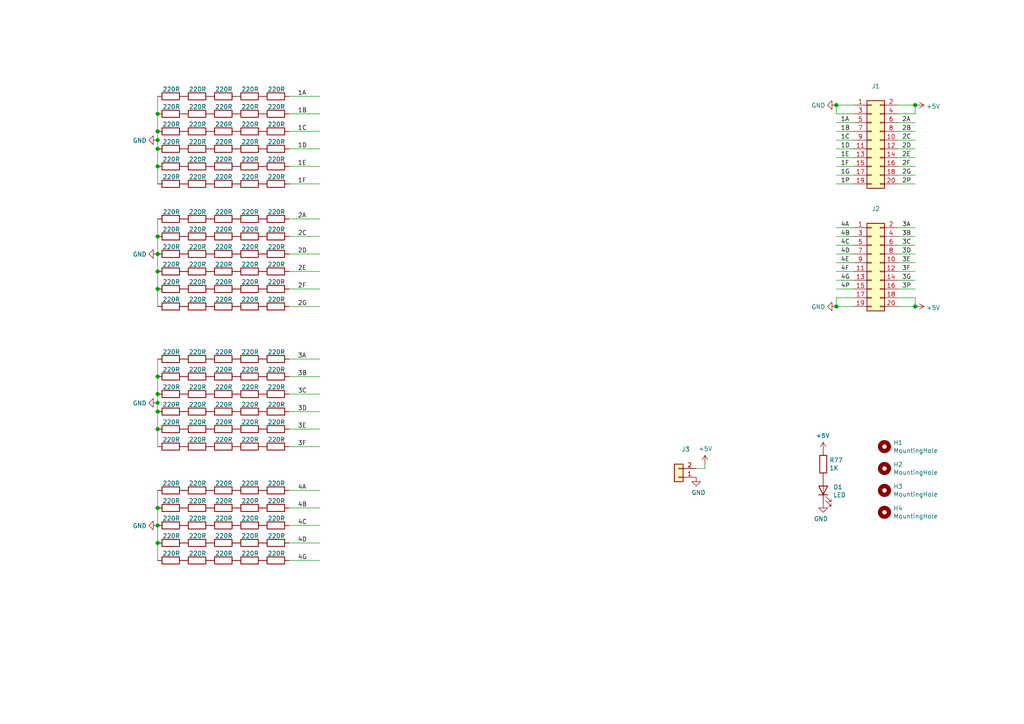
<source format=kicad_sch>
(kicad_sch (version 20201015) (generator eeschema)
  (paper "A4")
  (lib_symbols
    (symbol "Connector_Generic:Conn_01x02" (pin_names (offset 1.016) hide)
      (property "Reference" "J" (at 0 2.54 0))
      (property "Value" "Conn_01x02" (at 0 -5.08 0))
      (symbol "Conn_01x02_1_1"
        (rectangle (start -1.27 -2.413) (end 0 -2.667) (stroke (width 0.1524)))
        (rectangle (start -1.27 0.127) (end 0 -0.127) (stroke (width 0.1524)))
        (rectangle (start -1.27 1.27) (end 1.27 -3.81) (stroke (width 0.254)) (fill (type background)))
        (pin passive line (at -5.08 0 0) (length 3.81) (name "Pin_1") (number "1"))
        (pin passive line (at -5.08 -2.54 0) (length 3.81) (name "Pin_2") (number "2"))
      )
    )
    (symbol "Connector_Generic:Conn_02x10_Odd_Even" (pin_names (offset 1.016) hide)
      (property "Reference" "J" (at 1.27 12.7 0))
      (property "Value" "Conn_02x10_Odd_Even" (at 1.27 -15.24 0))
      (symbol "Conn_02x10_Odd_Even_1_1"
        (rectangle (start -1.27 -4.953) (end 0 -5.207) (stroke (width 0.1524)))
        (rectangle (start -1.27 -7.493) (end 0 -7.747) (stroke (width 0.1524)))
        (rectangle (start -1.27 -10.033) (end 0 -10.287) (stroke (width 0.1524)))
        (rectangle (start -1.27 -12.573) (end 0 -12.827) (stroke (width 0.1524)))
        (rectangle (start -1.27 -2.413) (end 0 -2.667) (stroke (width 0.1524)))
        (rectangle (start -1.27 2.667) (end 0 2.413) (stroke (width 0.1524)))
        (rectangle (start -1.27 5.207) (end 0 4.953) (stroke (width 0.1524)))
        (rectangle (start -1.27 7.747) (end 0 7.493) (stroke (width 0.1524)))
        (rectangle (start -1.27 10.287) (end 0 10.033) (stroke (width 0.1524)))
        (rectangle (start -1.27 11.43) (end 3.81 -13.97) (stroke (width 0.254)) (fill (type background)))
        (rectangle (start -1.27 0.127) (end 0 -0.127) (stroke (width 0.1524)))
        (rectangle (start 3.81 -4.953) (end 2.54 -5.207) (stroke (width 0.1524)))
        (rectangle (start 3.81 -7.493) (end 2.54 -7.747) (stroke (width 0.1524)))
        (rectangle (start 3.81 -10.033) (end 2.54 -10.287) (stroke (width 0.1524)))
        (rectangle (start 3.81 -12.573) (end 2.54 -12.827) (stroke (width 0.1524)))
        (rectangle (start 3.81 -2.413) (end 2.54 -2.667) (stroke (width 0.1524)))
        (rectangle (start 3.81 2.667) (end 2.54 2.413) (stroke (width 0.1524)))
        (rectangle (start 3.81 5.207) (end 2.54 4.953) (stroke (width 0.1524)))
        (rectangle (start 3.81 7.747) (end 2.54 7.493) (stroke (width 0.1524)))
        (rectangle (start 3.81 10.287) (end 2.54 10.033) (stroke (width 0.1524)))
        (rectangle (start 3.81 0.127) (end 2.54 -0.127) (stroke (width 0.1524)))
        (pin passive line (at -5.08 10.16 0) (length 3.81) (name "Pin_1") (number "1"))
        (pin passive line (at 7.62 0 180) (length 3.81) (name "Pin_10") (number "10"))
        (pin passive line (at -5.08 -2.54 0) (length 3.81) (name "Pin_11") (number "11"))
        (pin passive line (at 7.62 -2.54 180) (length 3.81) (name "Pin_12") (number "12"))
        (pin passive line (at -5.08 -5.08 0) (length 3.81) (name "Pin_13") (number "13"))
        (pin passive line (at 7.62 -5.08 180) (length 3.81) (name "Pin_14") (number "14"))
        (pin passive line (at -5.08 -7.62 0) (length 3.81) (name "Pin_15") (number "15"))
        (pin passive line (at 7.62 -7.62 180) (length 3.81) (name "Pin_16") (number "16"))
        (pin passive line (at -5.08 -10.16 0) (length 3.81) (name "Pin_17") (number "17"))
        (pin passive line (at 7.62 -10.16 180) (length 3.81) (name "Pin_18") (number "18"))
        (pin passive line (at -5.08 -12.7 0) (length 3.81) (name "Pin_19") (number "19"))
        (pin passive line (at 7.62 10.16 180) (length 3.81) (name "Pin_2") (number "2"))
        (pin passive line (at 7.62 -12.7 180) (length 3.81) (name "Pin_20") (number "20"))
        (pin passive line (at -5.08 7.62 0) (length 3.81) (name "Pin_3") (number "3"))
        (pin passive line (at 7.62 7.62 180) (length 3.81) (name "Pin_4") (number "4"))
        (pin passive line (at -5.08 5.08 0) (length 3.81) (name "Pin_5") (number "5"))
        (pin passive line (at 7.62 5.08 180) (length 3.81) (name "Pin_6") (number "6"))
        (pin passive line (at -5.08 2.54 0) (length 3.81) (name "Pin_7") (number "7"))
        (pin passive line (at 7.62 2.54 180) (length 3.81) (name "Pin_8") (number "8"))
        (pin passive line (at -5.08 0 0) (length 3.81) (name "Pin_9") (number "9"))
      )
    )
    (symbol "Device:LED" (pin_numbers hide) (pin_names (offset 1.016) hide)
      (property "Reference" "D" (at 0 2.54 0))
      (property "Value" "LED" (at 0 -2.54 0))
      (symbol "LED_0_1"
        (polyline (pts (xy -1.27 -1.27) (xy -1.27 1.27)) (stroke (width 0.254)))
        (polyline (pts (xy -1.27 0) (xy 1.27 0)))
        (polyline (pts (xy 1.27 -1.27) (xy 1.27 1.27) (xy -1.27 0) (xy 1.27 -1.27)) (stroke (width 0.254)))
        (polyline (pts (xy -3.048 -0.762) (xy -4.572 -2.286) (xy -3.81 -2.286) (xy -4.572 -2.286) (xy -4.572 -1.524)))
        (polyline (pts (xy -1.778 -0.762) (xy -3.302 -2.286) (xy -2.54 -2.286) (xy -3.302 -2.286) (xy -3.302 -1.524)))
      )
      (symbol "LED_1_1"
        (pin passive line (at -3.81 0 0) (length 2.54) (name "K") (number "1"))
        (pin passive line (at 3.81 0 180) (length 2.54) (name "A") (number "2"))
      )
    )
    (symbol "Device:R" (pin_numbers hide) (pin_names (offset 0))
      (property "Reference" "R" (at 2.032 0 90))
      (property "Value" "R" (at 0 0 90))
      (symbol "R_0_1"
        (rectangle (start -1.016 -2.54) (end 1.016 2.54) (stroke (width 0.254)))
      )
      (symbol "R_1_1"
        (pin passive line (at 0 3.81 270) (length 1.27) (name "~") (number "1"))
        (pin passive line (at 0 -3.81 90) (length 1.27) (name "~") (number "2"))
      )
    )
    (symbol "Mechanical:MountingHole" (pin_names (offset 1.016))
      (property "Reference" "H" (at 0 5.08 0))
      (property "Value" "MountingHole" (at 0 3.175 0))
      (symbol "MountingHole_0_1"
        (circle (center 0 0) (radius 1.27) (stroke (width 1.27)))
      )
    )
    (symbol "power:+5V" (power) (pin_names (offset 0))
      (property "Value" "+5V" (at 0 3.556 0))
      (symbol "+5V_0_1"
        (polyline (pts (xy -0.762 1.27) (xy 0 2.54)))
        (polyline (pts (xy 0 0) (xy 0 2.54)))
        (polyline (pts (xy 0 2.54) (xy 0.762 1.27)))
      )
      (symbol "+5V_1_1"
        (pin power_in line (at 0 0 90) (length 0) hide (name "+5V") (number "1"))
      )
    )
    (symbol "power:GND" (power) (pin_names (offset 0))
      (property "Value" "GND" (at 0 -3.81 0))
      (symbol "GND_0_1"
        (polyline (pts (xy 0 0) (xy 0 -1.27) (xy 1.27 -1.27) (xy 0 -2.54) (xy -1.27 -1.27) (xy 0 -1.27)))
      )
      (symbol "GND_1_1"
        (pin power_in line (at 0 0 270) (length 0) hide (name "GND") (number "1"))
      )
    )
  )
  (junction (at 45.72 33.02) (diameter 1.016))
  (junction (at 45.72 38.1) (diameter 1.016))
  (junction (at 45.72 40.64) (diameter 1.016))
  (junction (at 45.72 43.18) (diameter 1.016))
  (junction (at 45.72 48.26) (diameter 1.016))
  (junction (at 45.72 68.58) (diameter 1.016))
  (junction (at 45.72 73.66) (diameter 1.016))
  (junction (at 45.72 78.74) (diameter 1.016))
  (junction (at 45.72 83.82) (diameter 1.016))
  (junction (at 45.72 109.22) (diameter 1.016))
  (junction (at 45.72 114.3) (diameter 1.016))
  (junction (at 45.72 116.84) (diameter 1.016))
  (junction (at 45.72 119.38) (diameter 1.016))
  (junction (at 45.72 124.46) (diameter 1.016))
  (junction (at 45.72 147.32) (diameter 1.016))
  (junction (at 45.72 152.4) (diameter 1.016))
  (junction (at 45.72 157.48) (diameter 1.016))
  (junction (at 242.57 30.48) (diameter 1.016))
  (junction (at 242.57 88.9) (diameter 1.016))
  (junction (at 265.43 30.48) (diameter 1.016))
  (junction (at 265.43 88.9) (diameter 1.016))
  (wire (pts (xy 45.72 27.94) (xy 45.72 33.02)))
  (wire (pts (xy 45.72 33.02) (xy 45.72 38.1)))
  (wire (pts (xy 45.72 38.1) (xy 45.72 40.64)))
  (wire (pts (xy 45.72 40.64) (xy 45.72 43.18)))
  (wire (pts (xy 45.72 43.18) (xy 45.72 48.26)))
  (wire (pts (xy 45.72 48.26) (xy 45.72 53.34)))
  (wire (pts (xy 45.72 63.5) (xy 45.72 68.58)))
  (wire (pts (xy 45.72 68.58) (xy 45.72 73.66)))
  (wire (pts (xy 45.72 73.66) (xy 45.72 78.74)))
  (wire (pts (xy 45.72 78.74) (xy 45.72 83.82)))
  (wire (pts (xy 45.72 83.82) (xy 45.72 88.9)))
  (wire (pts (xy 45.72 104.14) (xy 45.72 109.22)))
  (wire (pts (xy 45.72 109.22) (xy 45.72 114.3)))
  (wire (pts (xy 45.72 114.3) (xy 45.72 116.84)))
  (wire (pts (xy 45.72 116.84) (xy 45.72 119.38)))
  (wire (pts (xy 45.72 119.38) (xy 45.72 124.46)))
  (wire (pts (xy 45.72 124.46) (xy 45.72 129.54)))
  (wire (pts (xy 45.72 142.24) (xy 45.72 147.32)))
  (wire (pts (xy 45.72 147.32) (xy 45.72 152.4)))
  (wire (pts (xy 45.72 152.4) (xy 45.72 157.48)))
  (wire (pts (xy 45.72 157.48) (xy 45.72 162.56)))
  (wire (pts (xy 83.82 27.94) (xy 92.71 27.94)))
  (wire (pts (xy 83.82 33.02) (xy 92.71 33.02)))
  (wire (pts (xy 83.82 38.1) (xy 92.71 38.1)))
  (wire (pts (xy 83.82 43.18) (xy 92.71 43.18)))
  (wire (pts (xy 83.82 48.26) (xy 92.71 48.26)))
  (wire (pts (xy 83.82 53.34) (xy 92.71 53.34)))
  (wire (pts (xy 83.82 63.5) (xy 92.71 63.5)))
  (wire (pts (xy 83.82 68.58) (xy 92.71 68.58)))
  (wire (pts (xy 83.82 73.66) (xy 92.71 73.66)))
  (wire (pts (xy 83.82 78.74) (xy 92.71 78.74)))
  (wire (pts (xy 83.82 83.82) (xy 92.71 83.82)))
  (wire (pts (xy 83.82 88.9) (xy 92.71 88.9)))
  (wire (pts (xy 83.82 104.14) (xy 92.71 104.14)))
  (wire (pts (xy 83.82 109.22) (xy 92.71 109.22)))
  (wire (pts (xy 83.82 114.3) (xy 92.71 114.3)))
  (wire (pts (xy 83.82 119.38) (xy 92.71 119.38)))
  (wire (pts (xy 83.82 124.46) (xy 92.71 124.46)))
  (wire (pts (xy 83.82 129.54) (xy 92.71 129.54)))
  (wire (pts (xy 83.82 142.24) (xy 92.71 142.24)))
  (wire (pts (xy 83.82 147.32) (xy 92.71 147.32)))
  (wire (pts (xy 83.82 152.4) (xy 92.71 152.4)))
  (wire (pts (xy 83.82 157.48) (xy 92.71 157.48)))
  (wire (pts (xy 83.82 162.56) (xy 92.71 162.56)))
  (wire (pts (xy 201.93 135.89) (xy 204.47 135.89)))
  (wire (pts (xy 204.47 135.89) (xy 204.47 134.62)))
  (wire (pts (xy 242.57 30.48) (xy 247.65 30.48)))
  (wire (pts (xy 242.57 33.02) (xy 242.57 30.48)))
  (wire (pts (xy 242.57 33.02) (xy 247.65 33.02)))
  (wire (pts (xy 242.57 35.56) (xy 247.65 35.56)))
  (wire (pts (xy 242.57 38.1) (xy 247.65 38.1)))
  (wire (pts (xy 242.57 40.64) (xy 247.65 40.64)))
  (wire (pts (xy 242.57 43.18) (xy 247.65 43.18)))
  (wire (pts (xy 242.57 45.72) (xy 247.65 45.72)))
  (wire (pts (xy 242.57 48.26) (xy 247.65 48.26)))
  (wire (pts (xy 242.57 50.8) (xy 247.65 50.8)))
  (wire (pts (xy 242.57 53.34) (xy 247.65 53.34)))
  (wire (pts (xy 242.57 66.04) (xy 247.65 66.04)))
  (wire (pts (xy 242.57 68.58) (xy 247.65 68.58)))
  (wire (pts (xy 242.57 71.12) (xy 247.65 71.12)))
  (wire (pts (xy 242.57 73.66) (xy 247.65 73.66)))
  (wire (pts (xy 242.57 76.2) (xy 247.65 76.2)))
  (wire (pts (xy 242.57 78.74) (xy 247.65 78.74)))
  (wire (pts (xy 242.57 81.28) (xy 247.65 81.28)))
  (wire (pts (xy 242.57 83.82) (xy 247.65 83.82)))
  (wire (pts (xy 242.57 86.36) (xy 242.57 88.9)))
  (wire (pts (xy 242.57 86.36) (xy 247.65 86.36)))
  (wire (pts (xy 242.57 88.9) (xy 247.65 88.9)))
  (wire (pts (xy 260.35 30.48) (xy 265.43 30.48)))
  (wire (pts (xy 260.35 33.02) (xy 265.43 33.02)))
  (wire (pts (xy 260.35 35.56) (xy 265.43 35.56)))
  (wire (pts (xy 260.35 38.1) (xy 265.43 38.1)))
  (wire (pts (xy 260.35 40.64) (xy 265.43 40.64)))
  (wire (pts (xy 260.35 43.18) (xy 265.43 43.18)))
  (wire (pts (xy 260.35 45.72) (xy 265.43 45.72)))
  (wire (pts (xy 260.35 48.26) (xy 265.43 48.26)))
  (wire (pts (xy 260.35 50.8) (xy 265.43 50.8)))
  (wire (pts (xy 260.35 53.34) (xy 265.43 53.34)))
  (wire (pts (xy 260.35 66.04) (xy 265.43 66.04)))
  (wire (pts (xy 260.35 68.58) (xy 265.43 68.58)))
  (wire (pts (xy 260.35 71.12) (xy 265.43 71.12)))
  (wire (pts (xy 260.35 73.66) (xy 265.43 73.66)))
  (wire (pts (xy 260.35 76.2) (xy 265.43 76.2)))
  (wire (pts (xy 260.35 78.74) (xy 265.43 78.74)))
  (wire (pts (xy 260.35 81.28) (xy 265.43 81.28)))
  (wire (pts (xy 260.35 83.82) (xy 265.43 83.82)))
  (wire (pts (xy 260.35 86.36) (xy 265.43 86.36)))
  (wire (pts (xy 260.35 88.9) (xy 265.43 88.9)))
  (wire (pts (xy 265.43 30.48) (xy 265.43 33.02)))
  (wire (pts (xy 265.43 86.36) (xy 265.43 88.9)))
  (label "1A" (at 86.36 27.94 0))
  (label "1B" (at 86.36 33.02 0))
  (label "1C" (at 86.36 38.1 0))
  (label "1D" (at 86.36 43.18 0))
  (label "1E" (at 86.36 48.26 0))
  (label "1F" (at 86.36 53.34 0))
  (label "2A" (at 86.36 63.5 0))
  (label "2C" (at 86.36 68.58 0))
  (label "2D" (at 86.36 73.66 0))
  (label "2E" (at 86.36 78.74 0))
  (label "2F" (at 86.36 83.82 0))
  (label "2G" (at 86.36 88.9 0))
  (label "3A" (at 86.36 104.14 0))
  (label "3B" (at 86.36 109.22 0))
  (label "3C" (at 86.36 114.3 0))
  (label "3D" (at 86.36 119.38 0))
  (label "3E" (at 86.36 124.46 0))
  (label "3F" (at 86.36 129.54 0))
  (label "4A" (at 86.36 142.24 0))
  (label "4B" (at 86.36 147.32 0))
  (label "4C" (at 86.36 152.4 0))
  (label "4D" (at 86.36 157.48 0))
  (label "4G" (at 86.36 162.56 0))
  (label "1A" (at 243.84 35.56 0))
  (label "1B" (at 243.84 38.1 0))
  (label "1C" (at 243.84 40.64 0))
  (label "1D" (at 243.84 43.18 0))
  (label "1E" (at 243.84 45.72 0))
  (label "1F" (at 243.84 48.26 0))
  (label "1G" (at 243.84 50.8 0))
  (label "1P" (at 243.84 53.34 0))
  (label "4A" (at 243.84 66.04 0))
  (label "4B" (at 243.84 68.58 0))
  (label "4C" (at 243.84 71.12 0))
  (label "4D" (at 243.84 73.66 0))
  (label "4E" (at 243.84 76.2 0))
  (label "4F" (at 243.84 78.74 0))
  (label "4G" (at 243.84 81.28 0))
  (label "4P" (at 243.84 83.82 0))
  (label "2A" (at 261.62 35.56 0))
  (label "2B" (at 261.62 38.1 0))
  (label "2C" (at 261.62 40.64 0))
  (label "2D" (at 261.62 43.18 0))
  (label "2E" (at 261.62 45.72 0))
  (label "2F" (at 261.62 48.26 0))
  (label "2G" (at 261.62 50.8 0))
  (label "2P" (at 261.62 53.34 0))
  (label "3A" (at 261.62 66.04 0))
  (label "3B" (at 261.62 68.58 0))
  (label "3C" (at 261.62 71.12 0))
  (label "3D" (at 261.62 73.66 0))
  (label "3E" (at 261.62 76.2 0))
  (label "3F" (at 261.62 78.74 0))
  (label "3G" (at 261.62 81.28 0))
  (label "3P" (at 261.62 83.82 0))
  (symbol (lib_id "power:+5V") (at 204.47 134.62 0) (mirror y) (unit 1)
    (property "Reference" "#PWR07" (effects hide))
    (property "Value" "+5V" (at 206.6417 130.1749 0) (effects (justify left)))
  )
  (symbol (lib_id "power:+5V") (at 238.76 130.81 0) (unit 1)
    (property "Reference" "#PWR0104" (effects hide))
    (property "Value" "+5V" (at 236.5883 126.3649 0) (effects (justify left)))
  )
  (symbol (lib_id "power:+5V") (at 265.43 30.48 270) (unit 1)
    (property "Reference" "#PWR0103" (effects hide))
    (property "Value" "+5V" (at 268.6051 30.8483 90) (effects (justify left)))
  )
  (symbol (lib_id "power:+5V") (at 265.43 88.9 270) (unit 1)
    (property "Reference" "#PWR0105" (effects hide))
    (property "Value" "+5V" (at 268.6051 89.2683 90) (effects (justify left)))
  )
  (symbol (lib_id "power:GND") (at 45.72 40.64 270) (unit 1)
    (property "Reference" "#PWR?" (effects hide))
    (property "Value" "GND" (at 42.545 40.7543 90) (effects (justify right)))
  )
  (symbol (lib_id "power:GND") (at 45.72 73.66 270) (unit 1)
    (property "Reference" "#PWR?" (effects hide))
    (property "Value" "GND" (at 42.545 73.7743 90) (effects (justify right)))
  )
  (symbol (lib_id "power:GND") (at 45.72 116.84 270) (unit 1)
    (property "Reference" "#PWR?" (effects hide))
    (property "Value" "GND" (at 42.545 116.9543 90) (effects (justify right)))
  )
  (symbol (lib_id "power:GND") (at 45.72 152.4 270) (unit 1)
    (property "Reference" "#PWR?" (effects hide))
    (property "Value" "GND" (at 42.545 152.5143 90) (effects (justify right)))
  )
  (symbol (lib_id "power:GND") (at 201.93 138.43 0) (mirror y) (unit 1)
    (property "Reference" "#PWR05" (effects hide))
    (property "Value" "GND" (at 200.5457 142.875 0) (effects (justify right)))
  )
  (symbol (lib_id "power:GND") (at 238.76 146.05 0) (unit 1)
    (property "Reference" "#PWR08" (effects hide))
    (property "Value" "GND" (at 240.1443 150.495 0) (effects (justify right)))
  )
  (symbol (lib_id "power:GND") (at 242.57 30.48 270) (unit 1)
    (property "Reference" "#PWR0102" (effects hide))
    (property "Value" "GND" (at 239.395 30.5943 90) (effects (justify right)))
  )
  (symbol (lib_id "power:GND") (at 242.57 88.9 270) (unit 1)
    (property "Reference" "#PWR0101" (effects hide))
    (property "Value" "GND" (at 239.395 89.0143 90) (effects (justify right)))
  )
  (symbol (lib_id "Mechanical:MountingHole") (at 256.54 129.54 0) (unit 1)
    (property "Reference" "H1" (at 259.0801 128.3906 0) (effects (justify left)))
    (property "Value" "MountingHole" (at 259.0801 130.6893 0) (effects (justify left)))
    (property "Footprint" "MountingHole:MountingHole_3.2mm_M3" (effects hide))
  )
  (symbol (lib_id "Mechanical:MountingHole") (at 256.54 135.89 0) (unit 1)
    (property "Reference" "H2" (at 259.0801 134.7406 0) (effects (justify left)))
    (property "Value" "MountingHole" (at 259.0801 137.0393 0) (effects (justify left)))
    (property "Footprint" "MountingHole:MountingHole_3.2mm_M3" (effects hide))
  )
  (symbol (lib_id "Mechanical:MountingHole") (at 256.54 142.24 0) (unit 1)
    (property "Reference" "H3" (at 259.0801 141.0906 0) (effects (justify left)))
    (property "Value" "MountingHole" (at 259.0801 143.3893 0) (effects (justify left)))
    (property "Footprint" "MountingHole:MountingHole_3.2mm_M3" (effects hide))
  )
  (symbol (lib_id "Mechanical:MountingHole") (at 256.54 148.59 0) (unit 1)
    (property "Reference" "H4" (at 259.0801 147.4406 0) (effects (justify left)))
    (property "Value" "MountingHole" (at 259.0801 149.7393 0) (effects (justify left)))
    (property "Footprint" "MountingHole:MountingHole_3.2mm_M3" (effects hide))
  )
  (symbol (lib_id "Device:R") (at 49.53 27.94 270) (unit 1)
    (property "Reference" "R1" (effects hide))
    (property "Value" "220R" (at 47.1107 25.9081 90) (effects (justify left)))
    (property "Footprint" "Resistor_SMD:R_0603_1608Metric_Pad0.98x0.95mm_HandSolder" (effects hide))
  )
  (symbol (lib_id "Device:R") (at 49.53 33.02 270) (unit 1)
    (property "Reference" "R2" (effects hide))
    (property "Value" "220R" (at 47.1107 30.9881 90) (effects (justify left)))
    (property "Footprint" "Resistor_SMD:R_0603_1608Metric_Pad0.98x0.95mm_HandSolder" (effects hide))
  )
  (symbol (lib_id "Device:R") (at 49.53 38.1 270) (unit 1)
    (property "Reference" "R10" (effects hide))
    (property "Value" "220R" (at 47.1107 36.0681 90) (effects (justify left)))
    (property "Footprint" "Resistor_SMD:R_0603_1608Metric_Pad0.98x0.95mm_HandSolder" (effects hide))
  )
  (symbol (lib_id "Device:R") (at 49.53 43.18 270) (unit 1)
    (property "Reference" "R11" (effects hide))
    (property "Value" "220R" (at 47.1107 41.1481 90) (effects (justify left)))
    (property "Footprint" "Resistor_SMD:R_0603_1608Metric_Pad0.98x0.95mm_HandSolder" (effects hide))
  )
  (symbol (lib_id "Device:R") (at 49.53 48.26 270) (unit 1)
    (property "Reference" "R12" (effects hide))
    (property "Value" "220R" (at 47.1107 46.2281 90) (effects (justify left)))
    (property "Footprint" "Resistor_SMD:R_0603_1608Metric_Pad0.98x0.95mm_HandSolder" (effects hide))
  )
  (symbol (lib_id "Device:R") (at 49.53 53.34 270) (unit 1)
    (property "Reference" "R17" (effects hide))
    (property "Value" "220R" (at 47.1107 51.3081 90) (effects (justify left)))
    (property "Footprint" "Resistor_SMD:R_0603_1608Metric_Pad0.98x0.95mm_HandSolder" (effects hide))
  )
  (symbol (lib_id "Device:R") (at 49.53 63.5 270) (unit 1)
    (property "Reference" "R3" (effects hide))
    (property "Value" "220R" (at 47.1107 61.4681 90) (effects (justify left)))
    (property "Footprint" "Resistor_SMD:R_0603_1608Metric_Pad0.98x0.95mm_HandSolder" (effects hide))
  )
  (symbol (lib_id "Device:R") (at 49.53 68.58 270) (unit 1)
    (property "Reference" "R5" (effects hide))
    (property "Value" "220R" (at 47.1107 66.5481 90) (effects (justify left)))
    (property "Footprint" "Resistor_SMD:R_0603_1608Metric_Pad0.98x0.95mm_HandSolder" (effects hide))
  )
  (symbol (lib_id "Device:R") (at 49.53 73.66 270) (unit 1)
    (property "Reference" "R6" (effects hide))
    (property "Value" "220R" (at 47.1107 71.6281 90) (effects (justify left)))
    (property "Footprint" "Resistor_SMD:R_0603_1608Metric_Pad0.98x0.95mm_HandSolder" (effects hide))
  )
  (symbol (lib_id "Device:R") (at 49.53 78.74 270) (unit 1)
    (property "Reference" "R7" (effects hide))
    (property "Value" "220R" (at 47.1107 76.7081 90) (effects (justify left)))
    (property "Footprint" "Resistor_SMD:R_0603_1608Metric_Pad0.98x0.95mm_HandSolder" (effects hide))
  )
  (symbol (lib_id "Device:R") (at 49.53 83.82 270) (unit 1)
    (property "Reference" "R29" (effects hide))
    (property "Value" "220R" (at 47.1107 81.7881 90) (effects (justify left)))
    (property "Footprint" "Resistor_SMD:R_0603_1608Metric_Pad0.98x0.95mm_HandSolder" (effects hide))
  )
  (symbol (lib_id "Device:R") (at 49.53 88.9 270) (unit 1)
    (property "Reference" "R30" (effects hide))
    (property "Value" "220R" (at 47.1107 86.8681 90) (effects (justify left)))
    (property "Footprint" "Resistor_SMD:R_0603_1608Metric_Pad0.98x0.95mm_HandSolder" (effects hide))
  )
  (symbol (lib_id "Device:R") (at 49.53 104.14 270) (unit 1)
    (property "Reference" "R8" (effects hide))
    (property "Value" "220R" (at 47.1107 102.1081 90) (effects (justify left)))
    (property "Footprint" "Resistor_SMD:R_0603_1608Metric" (effects hide))
  )
  (symbol (lib_id "Device:R") (at 49.53 109.22 270) (unit 1)
    (property "Reference" "R9" (effects hide))
    (property "Value" "220R" (at 47.1107 107.1881 90) (effects (justify left)))
    (property "Footprint" "Resistor_SMD:R_0603_1608Metric" (effects hide))
  )
  (symbol (lib_id "Device:R") (at 49.53 114.3 270) (unit 1)
    (property "Reference" "R31" (effects hide))
    (property "Value" "220R" (at 47.1107 112.2681 90) (effects (justify left)))
    (property "Footprint" "Resistor_SMD:R_0603_1608Metric" (effects hide))
  )
  (symbol (lib_id "Device:R") (at 49.53 119.38 270) (unit 1)
    (property "Reference" "R36" (effects hide))
    (property "Value" "220R" (at 47.1107 117.3481 90) (effects (justify left)))
    (property "Footprint" "Resistor_SMD:R_0603_1608Metric" (effects hide))
  )
  (symbol (lib_id "Device:R") (at 49.53 124.46 270) (unit 1)
    (property "Reference" "R48" (effects hide))
    (property "Value" "220R" (at 47.1107 122.4281 90) (effects (justify left)))
    (property "Footprint" "Resistor_SMD:R_0603_1608Metric" (effects hide))
  )
  (symbol (lib_id "Device:R") (at 49.53 129.54 270) (unit 1)
    (property "Reference" "R13" (effects hide))
    (property "Value" "220R" (at 47.1107 127.5081 90) (effects (justify left)))
    (property "Footprint" "Resistor_SMD:R_0603_1608Metric" (effects hide))
  )
  (symbol (lib_id "Device:R") (at 49.53 142.24 270) (unit 1)
    (property "Reference" "R14" (effects hide))
    (property "Value" "220R" (at 47.1107 140.2081 90) (effects (justify left)))
    (property "Footprint" "Resistor_SMD:R_0603_1608Metric" (effects hide))
  )
  (symbol (lib_id "Device:R") (at 49.53 147.32 270) (unit 1)
    (property "Reference" "R15" (effects hide))
    (property "Value" "220R" (at 47.1107 145.2881 90) (effects (justify left)))
    (property "Footprint" "Resistor_SMD:R_0603_1608Metric" (effects hide))
  )
  (symbol (lib_id "Device:R") (at 49.53 152.4 270) (unit 1)
    (property "Reference" "R16" (effects hide))
    (property "Value" "220R" (at 47.1107 150.3681 90) (effects (justify left)))
    (property "Footprint" "Resistor_SMD:R_0603_1608Metric" (effects hide))
  )
  (symbol (lib_id "Device:R") (at 49.53 157.48 270) (unit 1)
    (property "Reference" "R18" (effects hide))
    (property "Value" "220R" (at 47.1107 155.4481 90) (effects (justify left)))
    (property "Footprint" "Resistor_SMD:R_0603_1608Metric" (effects hide))
  )
  (symbol (lib_id "Device:R") (at 49.53 162.56 270) (unit 1)
    (property "Reference" "R19" (effects hide))
    (property "Value" "220R" (at 47.1107 160.5281 90) (effects (justify left)))
    (property "Footprint" "Resistor_SMD:R_0603_1608Metric" (effects hide))
  )
  (symbol (lib_id "Device:R") (at 57.15 27.94 270) (unit 1)
    (property "Reference" "R20" (effects hide))
    (property "Value" "220R" (at 54.7307 25.9081 90) (effects (justify left)))
    (property "Footprint" "Resistor_SMD:R_0603_1608Metric_Pad0.98x0.95mm_HandSolder" (effects hide))
  )
  (symbol (lib_id "Device:R") (at 57.15 33.02 270) (unit 1)
    (property "Reference" "R21" (effects hide))
    (property "Value" "220R" (at 54.7307 30.9881 90) (effects (justify left)))
    (property "Footprint" "Resistor_SMD:R_0603_1608Metric_Pad0.98x0.95mm_HandSolder" (effects hide))
  )
  (symbol (lib_id "Device:R") (at 57.15 38.1 270) (unit 1)
    (property "Reference" "R49" (effects hide))
    (property "Value" "220R" (at 54.7307 36.0681 90) (effects (justify left)))
    (property "Footprint" "Resistor_SMD:R_0603_1608Metric_Pad0.98x0.95mm_HandSolder" (effects hide))
  )
  (symbol (lib_id "Device:R") (at 57.15 43.18 270) (unit 1)
    (property "Reference" "R50" (effects hide))
    (property "Value" "220R" (at 54.7307 41.1481 90) (effects (justify left)))
    (property "Footprint" "Resistor_SMD:R_0603_1608Metric_Pad0.98x0.95mm_HandSolder" (effects hide))
  )
  (symbol (lib_id "Device:R") (at 57.15 48.26 270) (unit 1)
    (property "Reference" "R55" (effects hide))
    (property "Value" "220R" (at 54.7307 46.2281 90) (effects (justify left)))
    (property "Footprint" "Resistor_SMD:R_0603_1608Metric_Pad0.98x0.95mm_HandSolder" (effects hide))
  )
  (symbol (lib_id "Device:R") (at 57.15 53.34 270) (unit 1)
    (property "Reference" "R67" (effects hide))
    (property "Value" "220R" (at 54.7307 51.3081 90) (effects (justify left)))
    (property "Footprint" "Resistor_SMD:R_0603_1608Metric_Pad0.98x0.95mm_HandSolder" (effects hide))
  )
  (symbol (lib_id "Device:R") (at 57.15 63.5 270) (unit 1)
    (property "Reference" "R22" (effects hide))
    (property "Value" "220R" (at 54.7307 61.4681 90) (effects (justify left)))
    (property "Footprint" "Resistor_SMD:R_0603_1608Metric_Pad0.98x0.95mm_HandSolder" (effects hide))
  )
  (symbol (lib_id "Device:R") (at 57.15 68.58 270) (unit 1)
    (property "Reference" "R24" (effects hide))
    (property "Value" "220R" (at 54.7307 66.5481 90) (effects (justify left)))
    (property "Footprint" "Resistor_SMD:R_0603_1608Metric_Pad0.98x0.95mm_HandSolder" (effects hide))
  )
  (symbol (lib_id "Device:R") (at 57.15 73.66 270) (unit 1)
    (property "Reference" "R25" (effects hide))
    (property "Value" "220R" (at 54.7307 71.6281 90) (effects (justify left)))
    (property "Footprint" "Resistor_SMD:R_0603_1608Metric_Pad0.98x0.95mm_HandSolder" (effects hide))
  )
  (symbol (lib_id "Device:R") (at 57.15 78.74 270) (unit 1)
    (property "Reference" "R26" (effects hide))
    (property "Value" "220R" (at 54.7307 76.7081 90) (effects (justify left)))
    (property "Footprint" "Resistor_SMD:R_0603_1608Metric_Pad0.98x0.95mm_HandSolder" (effects hide))
  )
  (symbol (lib_id "Device:R") (at 57.15 83.82 270) (unit 1)
    (property "Reference" "R68" (effects hide))
    (property "Value" "220R" (at 54.7307 81.7881 90) (effects (justify left)))
    (property "Footprint" "Resistor_SMD:R_0603_1608Metric_Pad0.98x0.95mm_HandSolder" (effects hide))
  )
  (symbol (lib_id "Device:R") (at 57.15 88.9 270) (unit 1)
    (property "Reference" "R69" (effects hide))
    (property "Value" "220R" (at 54.7307 86.8681 90) (effects (justify left)))
    (property "Footprint" "Resistor_SMD:R_0603_1608Metric_Pad0.98x0.95mm_HandSolder" (effects hide))
  )
  (symbol (lib_id "Device:R") (at 57.15 104.14 270) (unit 1)
    (property "Reference" "R27" (effects hide))
    (property "Value" "220R" (at 54.7307 102.1081 90) (effects (justify left)))
    (property "Footprint" "Resistor_SMD:R_0603_1608Metric" (effects hide))
  )
  (symbol (lib_id "Device:R") (at 57.15 109.22 270) (unit 1)
    (property "Reference" "R28" (effects hide))
    (property "Value" "220R" (at 54.7307 107.1881 90) (effects (justify left)))
    (property "Footprint" "Resistor_SMD:R_0603_1608Metric" (effects hide))
  )
  (symbol (lib_id "Device:R") (at 57.15 114.3 270) (unit 1)
    (property "Reference" "R74" (effects hide))
    (property "Value" "220R" (at 54.7307 112.2681 90) (effects (justify left)))
    (property "Footprint" "Resistor_SMD:R_0603_1608Metric" (effects hide))
  )
  (symbol (lib_id "Device:R") (at 57.15 119.38 270) (unit 1)
    (property "Reference" "R87" (effects hide))
    (property "Value" "220R" (at 54.7307 117.3481 90) (effects (justify left)))
    (property "Footprint" "Resistor_SMD:R_0603_1608Metric" (effects hide))
  )
  (symbol (lib_id "Device:R") (at 57.15 124.46 270) (unit 1)
    (property "Reference" "R88" (effects hide))
    (property "Value" "220R" (at 54.7307 122.4281 90) (effects (justify left)))
    (property "Footprint" "Resistor_SMD:R_0603_1608Metric" (effects hide))
  )
  (symbol (lib_id "Device:R") (at 57.15 129.54 270) (unit 1)
    (property "Reference" "R32" (effects hide))
    (property "Value" "220R" (at 54.7307 127.5081 90) (effects (justify left)))
    (property "Footprint" "Resistor_SMD:R_0603_1608Metric" (effects hide))
  )
  (symbol (lib_id "Device:R") (at 57.15 142.24 270) (unit 1)
    (property "Reference" "R33" (effects hide))
    (property "Value" "220R" (at 54.7307 140.2081 90) (effects (justify left)))
    (property "Footprint" "Resistor_SMD:R_0603_1608Metric" (effects hide))
  )
  (symbol (lib_id "Device:R") (at 57.15 147.32 270) (unit 1)
    (property "Reference" "R34" (effects hide))
    (property "Value" "220R" (at 54.7307 145.2881 90) (effects (justify left)))
    (property "Footprint" "Resistor_SMD:R_0603_1608Metric" (effects hide))
  )
  (symbol (lib_id "Device:R") (at 57.15 152.4 270) (unit 1)
    (property "Reference" "R35" (effects hide))
    (property "Value" "220R" (at 54.7307 150.3681 90) (effects (justify left)))
    (property "Footprint" "Resistor_SMD:R_0603_1608Metric" (effects hide))
  )
  (symbol (lib_id "Device:R") (at 57.15 157.48 270) (unit 1)
    (property "Reference" "R37" (effects hide))
    (property "Value" "220R" (at 54.7307 155.4481 90) (effects (justify left)))
    (property "Footprint" "Resistor_SMD:R_0603_1608Metric" (effects hide))
  )
  (symbol (lib_id "Device:R") (at 57.15 162.56 270) (unit 1)
    (property "Reference" "R38" (effects hide))
    (property "Value" "220R" (at 54.7307 160.5281 90) (effects (justify left)))
    (property "Footprint" "Resistor_SMD:R_0603_1608Metric" (effects hide))
  )
  (symbol (lib_id "Device:R") (at 64.77 27.94 270) (unit 1)
    (property "Reference" "R39" (effects hide))
    (property "Value" "220R" (at 62.3507 25.9081 90) (effects (justify left)))
    (property "Footprint" "Resistor_SMD:R_0603_1608Metric_Pad0.98x0.95mm_HandSolder" (effects hide))
  )
  (symbol (lib_id "Device:R") (at 64.77 33.02 270) (unit 1)
    (property "Reference" "R40" (effects hide))
    (property "Value" "220R" (at 62.3507 30.9881 90) (effects (justify left)))
    (property "Footprint" "Resistor_SMD:R_0603_1608Metric_Pad0.98x0.95mm_HandSolder" (effects hide))
  )
  (symbol (lib_id "Device:R") (at 64.77 38.1 270) (unit 1)
    (property "Reference" "R89" (effects hide))
    (property "Value" "220R" (at 62.3507 36.0681 90) (effects (justify left)))
    (property "Footprint" "Resistor_SMD:R_0603_1608Metric_Pad0.98x0.95mm_HandSolder" (effects hide))
  )
  (symbol (lib_id "Device:R") (at 64.77 43.18 270) (unit 1)
    (property "Reference" "R94" (effects hide))
    (property "Value" "220R" (at 62.3507 41.1481 90) (effects (justify left)))
    (property "Footprint" "Resistor_SMD:R_0603_1608Metric_Pad0.98x0.95mm_HandSolder" (effects hide))
  )
  (symbol (lib_id "Device:R") (at 64.77 48.26 270) (unit 1)
    (property "Reference" "R97" (effects hide))
    (property "Value" "220R" (at 62.3507 46.2281 90) (effects (justify left)))
    (property "Footprint" "Resistor_SMD:R_0603_1608Metric_Pad0.98x0.95mm_HandSolder" (effects hide))
  )
  (symbol (lib_id "Device:R") (at 64.77 53.34 270) (unit 1)
    (property "Reference" "R98" (effects hide))
    (property "Value" "220R" (at 62.3507 51.3081 90) (effects (justify left)))
    (property "Footprint" "Resistor_SMD:R_0603_1608Metric_Pad0.98x0.95mm_HandSolder" (effects hide))
  )
  (symbol (lib_id "Device:R") (at 64.77 63.5 270) (unit 1)
    (property "Reference" "R41" (effects hide))
    (property "Value" "220R" (at 62.3507 61.4681 90) (effects (justify left)))
    (property "Footprint" "Resistor_SMD:R_0603_1608Metric_Pad0.98x0.95mm_HandSolder" (effects hide))
  )
  (symbol (lib_id "Device:R") (at 64.77 68.58 270) (unit 1)
    (property "Reference" "R43" (effects hide))
    (property "Value" "220R" (at 62.3507 66.5481 90) (effects (justify left)))
    (property "Footprint" "Resistor_SMD:R_0603_1608Metric_Pad0.98x0.95mm_HandSolder" (effects hide))
  )
  (symbol (lib_id "Device:R") (at 64.77 73.66 270) (unit 1)
    (property "Reference" "R44" (effects hide))
    (property "Value" "220R" (at 62.3507 71.6281 90) (effects (justify left)))
    (property "Footprint" "Resistor_SMD:R_0603_1608Metric_Pad0.98x0.95mm_HandSolder" (effects hide))
  )
  (symbol (lib_id "Device:R") (at 64.77 78.74 270) (unit 1)
    (property "Reference" "R45" (effects hide))
    (property "Value" "220R" (at 62.3507 76.7081 90) (effects (justify left)))
    (property "Footprint" "Resistor_SMD:R_0603_1608Metric_Pad0.98x0.95mm_HandSolder" (effects hide))
  )
  (symbol (lib_id "Device:R") (at 64.77 83.82 270) (unit 1)
    (property "Reference" "R99" (effects hide))
    (property "Value" "220R" (at 62.3507 81.7881 90) (effects (justify left)))
    (property "Footprint" "Resistor_SMD:R_0603_1608Metric_Pad0.98x0.95mm_HandSolder" (effects hide))
  )
  (symbol (lib_id "Device:R") (at 64.77 88.9 270) (unit 1)
    (property "Reference" "R100" (effects hide))
    (property "Value" "220R" (at 62.3507 86.8681 90) (effects (justify left)))
    (property "Footprint" "Resistor_SMD:R_0603_1608Metric_Pad0.98x0.95mm_HandSolder" (effects hide))
  )
  (symbol (lib_id "Device:R") (at 64.77 104.14 270) (unit 1)
    (property "Reference" "R46" (effects hide))
    (property "Value" "220R" (at 62.3507 102.1081 90) (effects (justify left)))
    (property "Footprint" "Resistor_SMD:R_0603_1608Metric" (effects hide))
  )
  (symbol (lib_id "Device:R") (at 64.77 109.22 270) (unit 1)
    (property "Reference" "R47" (effects hide))
    (property "Value" "220R" (at 62.3507 107.1881 90) (effects (justify left)))
    (property "Footprint" "Resistor_SMD:R_0603_1608Metric" (effects hide))
  )
  (symbol (lib_id "Device:R") (at 64.77 114.3 270) (unit 1)
    (property "Reference" "R101" (effects hide))
    (property "Value" "220R" (at 62.3507 112.2681 90) (effects (justify left)))
    (property "Footprint" "Resistor_SMD:R_0603_1608Metric" (effects hide))
  )
  (symbol (lib_id "Device:R") (at 64.77 119.38 270) (unit 1)
    (property "Reference" "R102" (effects hide))
    (property "Value" "220R" (at 62.3507 117.3481 90) (effects (justify left)))
    (property "Footprint" "Resistor_SMD:R_0603_1608Metric" (effects hide))
  )
  (symbol (lib_id "Device:R") (at 64.77 124.46 270) (unit 1)
    (property "Reference" "R103" (effects hide))
    (property "Value" "220R" (at 62.3507 122.4281 90) (effects (justify left)))
    (property "Footprint" "Resistor_SMD:R_0603_1608Metric" (effects hide))
  )
  (symbol (lib_id "Device:R") (at 64.77 129.54 270) (unit 1)
    (property "Reference" "R51" (effects hide))
    (property "Value" "220R" (at 62.3507 127.5081 90) (effects (justify left)))
    (property "Footprint" "Resistor_SMD:R_0603_1608Metric" (effects hide))
  )
  (symbol (lib_id "Device:R") (at 64.77 142.24 270) (unit 1)
    (property "Reference" "R52" (effects hide))
    (property "Value" "220R" (at 62.3507 140.2081 90) (effects (justify left)))
    (property "Footprint" "Resistor_SMD:R_0603_1608Metric" (effects hide))
  )
  (symbol (lib_id "Device:R") (at 64.77 147.32 270) (unit 1)
    (property "Reference" "R53" (effects hide))
    (property "Value" "220R" (at 62.3507 145.2881 90) (effects (justify left)))
    (property "Footprint" "Resistor_SMD:R_0603_1608Metric" (effects hide))
  )
  (symbol (lib_id "Device:R") (at 64.77 152.4 270) (unit 1)
    (property "Reference" "R54" (effects hide))
    (property "Value" "220R" (at 62.3507 150.3681 90) (effects (justify left)))
    (property "Footprint" "Resistor_SMD:R_0603_1608Metric" (effects hide))
  )
  (symbol (lib_id "Device:R") (at 64.77 157.48 270) (unit 1)
    (property "Reference" "R56" (effects hide))
    (property "Value" "220R" (at 62.3507 155.4481 90) (effects (justify left)))
    (property "Footprint" "Resistor_SMD:R_0603_1608Metric" (effects hide))
  )
  (symbol (lib_id "Device:R") (at 64.77 162.56 270) (unit 1)
    (property "Reference" "R57" (effects hide))
    (property "Value" "220R" (at 62.3507 160.5281 90) (effects (justify left)))
    (property "Footprint" "Resistor_SMD:R_0603_1608Metric" (effects hide))
  )
  (symbol (lib_id "Device:R") (at 72.39 27.94 270) (unit 1)
    (property "Reference" "R58" (effects hide))
    (property "Value" "220R" (at 69.9707 25.9081 90) (effects (justify left)))
    (property "Footprint" "Resistor_SMD:R_0603_1608Metric_Pad0.98x0.95mm_HandSolder" (effects hide))
  )
  (symbol (lib_id "Device:R") (at 72.39 33.02 270) (unit 1)
    (property "Reference" "R59" (effects hide))
    (property "Value" "220R" (at 69.9707 30.9881 90) (effects (justify left)))
    (property "Footprint" "Resistor_SMD:R_0603_1608Metric_Pad0.98x0.95mm_HandSolder" (effects hide))
  )
  (symbol (lib_id "Device:R") (at 72.39 38.1 270) (unit 1)
    (property "Reference" "R104" (effects hide))
    (property "Value" "220R" (at 69.9707 36.0681 90) (effects (justify left)))
    (property "Footprint" "Resistor_SMD:R_0603_1608Metric_Pad0.98x0.95mm_HandSolder" (effects hide))
  )
  (symbol (lib_id "Device:R") (at 72.39 43.18 270) (unit 1)
    (property "Reference" "R105" (effects hide))
    (property "Value" "220R" (at 69.9707 41.1481 90) (effects (justify left)))
    (property "Footprint" "Resistor_SMD:R_0603_1608Metric_Pad0.98x0.95mm_HandSolder" (effects hide))
  )
  (symbol (lib_id "Device:R") (at 72.39 48.26 270) (unit 1)
    (property "Reference" "R106" (effects hide))
    (property "Value" "220R" (at 69.9707 46.2281 90) (effects (justify left)))
    (property "Footprint" "Resistor_SMD:R_0603_1608Metric_Pad0.98x0.95mm_HandSolder" (effects hide))
  )
  (symbol (lib_id "Device:R") (at 72.39 53.34 270) (unit 1)
    (property "Reference" "R107" (effects hide))
    (property "Value" "220R" (at 69.9707 51.3081 90) (effects (justify left)))
    (property "Footprint" "Resistor_SMD:R_0603_1608Metric_Pad0.98x0.95mm_HandSolder" (effects hide))
  )
  (symbol (lib_id "Device:R") (at 72.39 63.5 270) (unit 1)
    (property "Reference" "R60" (effects hide))
    (property "Value" "220R" (at 69.9707 61.4681 90) (effects (justify left)))
    (property "Footprint" "Resistor_SMD:R_0603_1608Metric_Pad0.98x0.95mm_HandSolder" (effects hide))
  )
  (symbol (lib_id "Device:R") (at 72.39 68.58 270) (unit 1)
    (property "Reference" "R62" (effects hide))
    (property "Value" "220R" (at 69.9707 66.5481 90) (effects (justify left)))
    (property "Footprint" "Resistor_SMD:R_0603_1608Metric_Pad0.98x0.95mm_HandSolder" (effects hide))
  )
  (symbol (lib_id "Device:R") (at 72.39 73.66 270) (unit 1)
    (property "Reference" "R63" (effects hide))
    (property "Value" "220R" (at 69.9707 71.6281 90) (effects (justify left)))
    (property "Footprint" "Resistor_SMD:R_0603_1608Metric_Pad0.98x0.95mm_HandSolder" (effects hide))
  )
  (symbol (lib_id "Device:R") (at 72.39 78.74 270) (unit 1)
    (property "Reference" "R64" (effects hide))
    (property "Value" "220R" (at 69.9707 76.7081 90) (effects (justify left)))
    (property "Footprint" "Resistor_SMD:R_0603_1608Metric_Pad0.98x0.95mm_HandSolder" (effects hide))
  )
  (symbol (lib_id "Device:R") (at 72.39 83.82 270) (unit 1)
    (property "Reference" "R108" (effects hide))
    (property "Value" "220R" (at 69.9707 81.7881 90) (effects (justify left)))
    (property "Footprint" "Resistor_SMD:R_0603_1608Metric_Pad0.98x0.95mm_HandSolder" (effects hide))
  )
  (symbol (lib_id "Device:R") (at 72.39 88.9 270) (unit 1)
    (property "Reference" "R109" (effects hide))
    (property "Value" "220R" (at 69.9707 86.8681 90) (effects (justify left)))
    (property "Footprint" "Resistor_SMD:R_0603_1608Metric_Pad0.98x0.95mm_HandSolder" (effects hide))
  )
  (symbol (lib_id "Device:R") (at 72.39 104.14 270) (unit 1)
    (property "Reference" "R65" (effects hide))
    (property "Value" "220R" (at 69.9707 102.1081 90) (effects (justify left)))
    (property "Footprint" "Resistor_SMD:R_0603_1608Metric" (effects hide))
  )
  (symbol (lib_id "Device:R") (at 72.39 109.22 270) (unit 1)
    (property "Reference" "R66" (effects hide))
    (property "Value" "220R" (at 69.9707 107.1881 90) (effects (justify left)))
    (property "Footprint" "Resistor_SMD:R_0603_1608Metric" (effects hide))
  )
  (symbol (lib_id "Device:R") (at 72.39 114.3 270) (unit 1)
    (property "Reference" "R110" (effects hide))
    (property "Value" "220R" (at 69.9707 112.2681 90) (effects (justify left)))
    (property "Footprint" "Resistor_SMD:R_0603_1608Metric" (effects hide))
  )
  (symbol (lib_id "Device:R") (at 72.39 119.38 270) (unit 1)
    (property "Reference" "R111" (effects hide))
    (property "Value" "220R" (at 69.9707 117.3481 90) (effects (justify left)))
    (property "Footprint" "Resistor_SMD:R_0603_1608Metric" (effects hide))
  )
  (symbol (lib_id "Device:R") (at 72.39 124.46 270) (unit 1)
    (property "Reference" "R112" (effects hide))
    (property "Value" "220R" (at 69.9707 122.4281 90) (effects (justify left)))
    (property "Footprint" "Resistor_SMD:R_0603_1608Metric" (effects hide))
  )
  (symbol (lib_id "Device:R") (at 72.39 129.54 270) (unit 1)
    (property "Reference" "R70" (effects hide))
    (property "Value" "220R" (at 69.9707 127.5081 90) (effects (justify left)))
    (property "Footprint" "Resistor_SMD:R_0603_1608Metric" (effects hide))
  )
  (symbol (lib_id "Device:R") (at 72.39 142.24 270) (unit 1)
    (property "Reference" "R71" (effects hide))
    (property "Value" "220R" (at 69.9707 140.2081 90) (effects (justify left)))
    (property "Footprint" "Resistor_SMD:R_0603_1608Metric" (effects hide))
  )
  (symbol (lib_id "Device:R") (at 72.39 147.32 270) (unit 1)
    (property "Reference" "R72" (effects hide))
    (property "Value" "220R" (at 69.9707 145.2881 90) (effects (justify left)))
    (property "Footprint" "Resistor_SMD:R_0603_1608Metric" (effects hide))
  )
  (symbol (lib_id "Device:R") (at 72.39 152.4 270) (unit 1)
    (property "Reference" "R73" (effects hide))
    (property "Value" "220R" (at 69.9707 150.3681 90) (effects (justify left)))
    (property "Footprint" "Resistor_SMD:R_0603_1608Metric" (effects hide))
  )
  (symbol (lib_id "Device:R") (at 72.39 157.48 270) (unit 1)
    (property "Reference" "R75" (effects hide))
    (property "Value" "220R" (at 69.9707 155.4481 90) (effects (justify left)))
    (property "Footprint" "Resistor_SMD:R_0603_1608Metric" (effects hide))
  )
  (symbol (lib_id "Device:R") (at 72.39 162.56 270) (unit 1)
    (property "Reference" "R76" (effects hide))
    (property "Value" "220R" (at 69.9707 160.5281 90) (effects (justify left)))
    (property "Footprint" "Resistor_SMD:R_0603_1608Metric" (effects hide))
  )
  (symbol (lib_id "Device:R") (at 80.01 27.94 270) (unit 1)
    (property "Reference" "R78" (effects hide))
    (property "Value" "220R" (at 77.5907 25.9081 90) (effects (justify left)))
    (property "Footprint" "Resistor_SMD:R_0603_1608Metric_Pad0.98x0.95mm_HandSolder" (effects hide))
  )
  (symbol (lib_id "Device:R") (at 80.01 33.02 270) (unit 1)
    (property "Reference" "R79" (effects hide))
    (property "Value" "220R" (at 77.5907 30.9881 90) (effects (justify left)))
    (property "Footprint" "Resistor_SMD:R_0603_1608Metric_Pad0.98x0.95mm_HandSolder" (effects hide))
  )
  (symbol (lib_id "Device:R") (at 80.01 38.1 270) (unit 1)
    (property "Reference" "R113" (effects hide))
    (property "Value" "220R" (at 77.5907 36.0681 90) (effects (justify left)))
    (property "Footprint" "Resistor_SMD:R_0603_1608Metric_Pad0.98x0.95mm_HandSolder" (effects hide))
  )
  (symbol (lib_id "Device:R") (at 80.01 43.18 270) (unit 1)
    (property "Reference" "R114" (effects hide))
    (property "Value" "220R" (at 77.5907 41.1481 90) (effects (justify left)))
    (property "Footprint" "Resistor_SMD:R_0603_1608Metric_Pad0.98x0.95mm_HandSolder" (effects hide))
  )
  (symbol (lib_id "Device:R") (at 80.01 48.26 270) (unit 1)
    (property "Reference" "R115" (effects hide))
    (property "Value" "220R" (at 77.5907 46.2281 90) (effects (justify left)))
    (property "Footprint" "Resistor_SMD:R_0603_1608Metric_Pad0.98x0.95mm_HandSolder" (effects hide))
  )
  (symbol (lib_id "Device:R") (at 80.01 53.34 270) (unit 1)
    (property "Reference" "R116" (effects hide))
    (property "Value" "220R" (at 77.5907 51.3081 90) (effects (justify left)))
    (property "Footprint" "Resistor_SMD:R_0603_1608Metric_Pad0.98x0.95mm_HandSolder" (effects hide))
  )
  (symbol (lib_id "Device:R") (at 80.01 63.5 270) (unit 1)
    (property "Reference" "R80" (effects hide))
    (property "Value" "220R" (at 77.5907 61.4681 90) (effects (justify left)))
    (property "Footprint" "Resistor_SMD:R_0603_1608Metric_Pad0.98x0.95mm_HandSolder" (effects hide))
  )
  (symbol (lib_id "Device:R") (at 80.01 68.58 270) (unit 1)
    (property "Reference" "R82" (effects hide))
    (property "Value" "220R" (at 77.5907 66.5481 90) (effects (justify left)))
    (property "Footprint" "Resistor_SMD:R_0603_1608Metric_Pad0.98x0.95mm_HandSolder" (effects hide))
  )
  (symbol (lib_id "Device:R") (at 80.01 73.66 270) (unit 1)
    (property "Reference" "R83" (effects hide))
    (property "Value" "220R" (at 77.5907 71.6281 90) (effects (justify left)))
    (property "Footprint" "Resistor_SMD:R_0603_1608Metric_Pad0.98x0.95mm_HandSolder" (effects hide))
  )
  (symbol (lib_id "Device:R") (at 80.01 78.74 270) (unit 1)
    (property "Reference" "R84" (effects hide))
    (property "Value" "220R" (at 77.5907 76.7081 90) (effects (justify left)))
    (property "Footprint" "Resistor_SMD:R_0603_1608Metric_Pad0.98x0.95mm_HandSolder" (effects hide))
  )
  (symbol (lib_id "Device:R") (at 80.01 83.82 270) (unit 1)
    (property "Reference" "R117" (effects hide))
    (property "Value" "220R" (at 77.5907 81.7881 90) (effects (justify left)))
    (property "Footprint" "Resistor_SMD:R_0603_1608Metric_Pad0.98x0.95mm_HandSolder" (effects hide))
  )
  (symbol (lib_id "Device:R") (at 80.01 88.9 270) (unit 1)
    (property "Reference" "R118" (effects hide))
    (property "Value" "220R" (at 77.5907 86.8681 90) (effects (justify left)))
    (property "Footprint" "Resistor_SMD:R_0603_1608Metric_Pad0.98x0.95mm_HandSolder" (effects hide))
  )
  (symbol (lib_id "Device:R") (at 80.01 104.14 270) (unit 1)
    (property "Reference" "R85" (effects hide))
    (property "Value" "220R" (at 77.5907 102.1081 90) (effects (justify left)))
    (property "Footprint" "Resistor_SMD:R_0603_1608Metric" (effects hide))
  )
  (symbol (lib_id "Device:R") (at 80.01 109.22 270) (unit 1)
    (property "Reference" "R86" (effects hide))
    (property "Value" "220R" (at 77.5907 107.1881 90) (effects (justify left)))
    (property "Footprint" "Resistor_SMD:R_0603_1608Metric" (effects hide))
  )
  (symbol (lib_id "Device:R") (at 80.01 114.3 270) (unit 1)
    (property "Reference" "R119" (effects hide))
    (property "Value" "220R" (at 77.5907 112.2681 90) (effects (justify left)))
    (property "Footprint" "Resistor_SMD:R_0603_1608Metric" (effects hide))
  )
  (symbol (lib_id "Device:R") (at 80.01 119.38 270) (unit 1)
    (property "Reference" "R120" (effects hide))
    (property "Value" "220R" (at 77.5907 117.3481 90) (effects (justify left)))
    (property "Footprint" "Resistor_SMD:R_0603_1608Metric" (effects hide))
  )
  (symbol (lib_id "Device:R") (at 80.01 124.46 270) (unit 1)
    (property "Reference" "R121" (effects hide))
    (property "Value" "220R" (at 77.5907 122.4281 90) (effects (justify left)))
    (property "Footprint" "Resistor_SMD:R_0603_1608Metric" (effects hide))
  )
  (symbol (lib_id "Device:R") (at 80.01 129.54 270) (unit 1)
    (property "Reference" "R90" (effects hide))
    (property "Value" "220R" (at 77.5907 127.5081 90) (effects (justify left)))
    (property "Footprint" "Resistor_SMD:R_0603_1608Metric" (effects hide))
  )
  (symbol (lib_id "Device:R") (at 80.01 142.24 270) (unit 1)
    (property "Reference" "R91" (effects hide))
    (property "Value" "220R" (at 77.5907 140.2081 90) (effects (justify left)))
    (property "Footprint" "Resistor_SMD:R_0603_1608Metric" (effects hide))
  )
  (symbol (lib_id "Device:R") (at 80.01 147.32 270) (unit 1)
    (property "Reference" "R92" (effects hide))
    (property "Value" "220R" (at 77.5907 145.2881 90) (effects (justify left)))
    (property "Footprint" "Resistor_SMD:R_0603_1608Metric" (effects hide))
  )
  (symbol (lib_id "Device:R") (at 80.01 152.4 270) (unit 1)
    (property "Reference" "R93" (effects hide))
    (property "Value" "220R" (at 77.5907 150.3681 90) (effects (justify left)))
    (property "Footprint" "Resistor_SMD:R_0603_1608Metric" (effects hide))
  )
  (symbol (lib_id "Device:R") (at 80.01 157.48 270) (unit 1)
    (property "Reference" "R95" (effects hide))
    (property "Value" "220R" (at 77.5907 155.4481 90) (effects (justify left)))
    (property "Footprint" "Resistor_SMD:R_0603_1608Metric" (effects hide))
  )
  (symbol (lib_id "Device:R") (at 80.01 162.56 270) (unit 1)
    (property "Reference" "R96" (effects hide))
    (property "Value" "220R" (at 77.5907 160.5281 90) (effects (justify left)))
    (property "Footprint" "Resistor_SMD:R_0603_1608Metric" (effects hide))
  )
  (symbol (lib_id "Device:R") (at 238.76 134.62 0) (unit 1)
    (property "Reference" "R77" (at 240.5381 133.4706 0) (effects (justify left)))
    (property "Value" "1K" (at 240.5381 135.7693 0) (effects (justify left)))
    (property "Footprint" "Resistor_SMD:R_1206_3216Metric_Pad1.42x1.75mm_HandSolder" (effects hide))
  )
  (symbol (lib_id "Device:LED") (at 238.76 142.24 90) (unit 1)
    (property "Reference" "D1" (at 241.6811 141.2811 90) (effects (justify right)))
    (property "Value" "LED" (at 241.6811 143.5798 90) (effects (justify right)))
    (property "Footprint" "LED_SMD:LED_1206_3216Metric_Pad1.42x1.75mm_HandSolder" (effects hide))
  )
  (symbol (lib_id "Connector_Generic:Conn_01x02") (at 196.85 138.43 180) (unit 1)
    (property "Reference" "J3" (at 198.882 130.3082 0))
    (property "Value" "Conn_01x02" (effects hide))
    (property "Footprint" "Connector_PinHeader_2.54mm:PinHeader_1x02_P2.54mm_Horizontal" (effects hide))
  )
  (symbol (lib_id "Connector_Generic:Conn_02x10_Odd_Even") (at 252.73 40.64 0) (unit 1)
    (property "Reference" "J1" (at 254 24.9998 0))
    (property "Value" "Conn_02x10_Odd_Even" (effects hide))
    (property "Footprint" "Connector_PinHeader_2.54mm:PinHeader_2x10_P2.54mm_Vertical" (effects hide))
  )
  (symbol (lib_id "Connector_Generic:Conn_02x10_Odd_Even") (at 252.73 76.2 0) (unit 1)
    (property "Reference" "J2" (at 254 60.5598 0))
    (property "Value" "Conn_02x10_Odd_Even" (effects hide))
    (property "Footprint" "Connector_PinHeader_2.54mm:PinHeader_2x10_P2.54mm_Vertical" (effects hide))
  )
)
</source>
